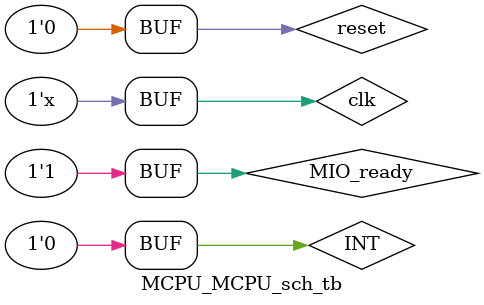
<source format=v>

`timescale 1ns / 1ps

module MEMORY (
				input clk,
				input wire [31:0] addr, //memory addr
				input wire [31:0] dataIn, //input date to memory
				input wire write, //write enable
				output reg [31:0] dataOut); //output data from memory
				 
	reg [31:0] mem [0:69]; //the memory cells

	initial begin //word address
		mem[0] = 32'h3C17E000;
		mem[1] = 32'h3C16F000;
		mem[2] = 32'h2008FFF0;
		mem[3] = 32'hAEC80000;
		mem[4] = 32'h3C08FFFF;
		mem[5] = 32'h20080000;
		mem[6] = 32'hAEE80000;
	end

	reg [31:0] d[0:3]; //bus linear addr for peripheral devices

	//write
	always @(posedge clk) begin
		if (write) begin
			case(addr)
				32'hF000_0000: d[0] = dataIn; //seg7
				32'hF000_0004: d[1] = dataIn;
				32'hE000_0000: d[2] = dataIn; //led
				32'hE000_0004: d[3] = dataIn;
			endcase
		end
	end

	//read
	always @* begin
		case(addr)
			32'hF000_0000: dataOut = d[0];
			32'hF000_0004: dataOut = d[1];
			32'hE000_0000: dataOut = d[2];
			32'hE000_0004: dataOut = d[3];
			default: dataOut = mem[addr[15:2]];
		endcase
	end	

endmodule

//-----------------------------------------------------------------------------

module MCPU_MCPU_sch_tb();

// Inputs
   reg reset;
   reg clk;
   reg MIO_ready;
   reg INT;
   wire [31:0] Data_in;

// Output
   wire [4:0] state;
   wire [31:0] Inst_out;
   wire [31:0] Data_out;
   wire [31:0] Addr_out;  
   wire [31:0] PC_out;
   wire mem_w;
   wire CPU_MIO;

// Instantiate the UUT
   Multi_CPU UUT (
		.state(state), 
		.inst_out(Inst_out), 
		.Data_out(Data_out), 
		.Addr_out(Addr_out), 
		.reset(reset), 
		.clk(clk), 
		.MIO_ready(MIO_ready), 
		.mem_w(mem_w), 
		.PC_out(PC_out), 
		.CPU_MIO(CPU_MIO), 
		.INT(INT), 
		.Data_in(Data_in)
   );
	
	MEMORY mmr(
		.clk(~clk),
		.addr(Addr_out),
		.dataIn(Data_out),
		.write(mem_w),
		.dataOut(Data_in)
	);
	
// Initialize Inputs

	initial begin	
		reset = 1'b1;
		clk = 1'b1;
		MIO_ready = 1'b1;
		INT = 1'b0;
		
		//Wait for global reset settle down
		#100;
		
		reset = 1'b0;
	end
	
	//generate clk signal
	always @* #50 clk <= ~clk;
endmodule

</source>
